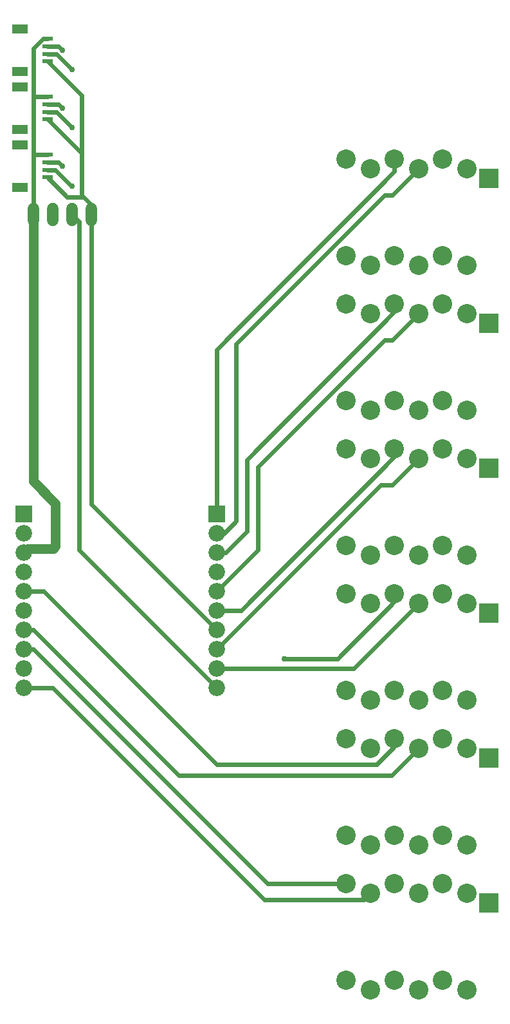
<source format=gbr>
G04 EAGLE Gerber RS-274X export*
G75*
%MOMM*%
%FSLAX34Y34*%
%LPD*%
%INTop Copper*%
%IPPOS*%
%AMOC8*
5,1,8,0,0,1.08239X$1,22.5*%
G01*
G04 Define Apertures*
%ADD10C,1.524000*%
%ADD11R,2.540000X2.540000*%
%ADD12C,2.540000*%
%ADD13R,2.184400X2.184400*%
%ADD14C,2.184400*%
%ADD15R,2.000000X1.200000*%
%ADD16R,1.350000X0.600000*%
%ADD17C,0.609600*%
%ADD18C,1.270000*%
%ADD19C,0.756400*%
D10*
X38100Y1046480D02*
X38100Y1061720D01*
X63500Y1061720D02*
X63500Y1046480D01*
X88900Y1046480D02*
X88900Y1061720D01*
X114300Y1061720D02*
X114300Y1046480D01*
D11*
X637340Y148590D03*
D12*
X608638Y161290D03*
X576888Y173990D03*
X545138Y161290D03*
X513388Y173990D03*
X481638Y161290D03*
X449888Y173990D03*
X608638Y34290D03*
X576888Y46990D03*
X545138Y34290D03*
X513388Y46990D03*
X481638Y34290D03*
X449888Y46990D03*
D11*
X637340Y339090D03*
D12*
X608638Y351790D03*
X576888Y364490D03*
X545138Y351790D03*
X513388Y364490D03*
X481638Y351790D03*
X449888Y364490D03*
X608638Y224790D03*
X576888Y237490D03*
X545138Y224790D03*
X513388Y237490D03*
X481638Y224790D03*
X449888Y237490D03*
D11*
X637340Y529590D03*
D12*
X608638Y542290D03*
X576888Y554990D03*
X545138Y542290D03*
X513388Y554990D03*
X481638Y542290D03*
X449888Y554990D03*
X608638Y415290D03*
X576888Y427990D03*
X545138Y415290D03*
X513388Y427990D03*
X481638Y415290D03*
X449888Y427990D03*
D11*
X637340Y720090D03*
D12*
X608638Y732790D03*
X576888Y745490D03*
X545138Y732790D03*
X513388Y745490D03*
X481638Y732790D03*
X449888Y745490D03*
X608638Y605790D03*
X576888Y618490D03*
X545138Y605790D03*
X513388Y618490D03*
X481638Y605790D03*
X449888Y618490D03*
D11*
X637340Y910590D03*
D12*
X608638Y923290D03*
X576888Y935990D03*
X545138Y923290D03*
X513388Y935990D03*
X481638Y923290D03*
X449888Y935990D03*
X608638Y796290D03*
X576888Y808990D03*
X545138Y796290D03*
X513388Y808990D03*
X481638Y796290D03*
X449888Y808990D03*
D11*
X637340Y1101090D03*
D12*
X608638Y1113790D03*
X576888Y1126490D03*
X545138Y1113790D03*
X513388Y1126490D03*
X481638Y1113790D03*
X449888Y1126490D03*
X608638Y986790D03*
X576888Y999490D03*
X545138Y986790D03*
X513388Y999490D03*
X481638Y986790D03*
X449888Y999490D03*
D13*
X25400Y660400D03*
D14*
X25400Y635000D03*
X25400Y609600D03*
X25400Y584200D03*
X25400Y558800D03*
X25400Y533400D03*
X25400Y508000D03*
X25400Y482600D03*
X25400Y457200D03*
X25400Y431800D03*
D13*
X279400Y660400D03*
D14*
X279400Y635000D03*
X279400Y609600D03*
X279400Y584200D03*
X279400Y558800D03*
X279400Y533400D03*
X279400Y508000D03*
X279400Y482600D03*
X279400Y457200D03*
X279400Y431800D03*
D15*
X20160Y1145600D03*
X20160Y1089600D03*
D16*
X56910Y1132600D03*
X56910Y1122600D03*
X56910Y1112600D03*
X56910Y1102600D03*
D15*
X20160Y1298000D03*
X20160Y1242000D03*
D16*
X56910Y1285000D03*
X56910Y1275000D03*
X56910Y1265000D03*
X56910Y1255000D03*
D15*
X20160Y1221800D03*
X20160Y1165800D03*
D16*
X56910Y1208800D03*
X56910Y1198800D03*
X56910Y1188800D03*
X56910Y1178800D03*
D17*
X38100Y1272406D02*
X50694Y1285000D01*
X56910Y1285000D01*
D18*
X67056Y617439D02*
X64297Y614680D01*
X30480Y614680D01*
X25400Y609600D01*
X38100Y702980D02*
X38100Y1054100D01*
X38100Y702980D02*
X67056Y674024D01*
X67056Y617439D01*
D17*
X38288Y1251367D02*
X38100Y1251555D01*
X38100Y1272406D01*
X38288Y1251367D02*
X38288Y1207008D01*
X38288Y1130300D01*
X38288Y1054288D01*
X38100Y1054100D01*
X40588Y1132600D02*
X56910Y1132600D01*
X40588Y1132600D02*
X38288Y1130300D01*
X40080Y1208800D02*
X56910Y1208800D01*
X40080Y1208800D02*
X38288Y1207008D01*
D19*
X76200Y1270000D03*
X76200Y1193800D03*
X76200Y1117600D03*
D17*
X71200Y1275000D02*
X56910Y1275000D01*
X71200Y1275000D02*
X76200Y1270000D01*
X71200Y1198800D02*
X56910Y1198800D01*
X71200Y1198800D02*
X76200Y1193800D01*
X71200Y1122600D02*
X56910Y1122600D01*
X71200Y1122600D02*
X76200Y1117600D01*
X114300Y1066800D02*
X114300Y1054100D01*
X101600Y1092200D02*
X101600Y1134110D01*
X101600Y1079500D02*
X101600Y1076960D01*
X101600Y1079500D02*
X101600Y1092200D01*
X101600Y1079500D02*
X114300Y1066800D01*
X114300Y1054100D02*
X114300Y673100D01*
X279400Y508000D01*
X101600Y1210310D02*
X56910Y1255000D01*
X101600Y1210310D02*
X101600Y1134110D01*
X56910Y1178800D01*
X56910Y1102600D02*
X82550Y1076960D01*
X101600Y1076960D01*
D19*
X88900Y1244600D03*
X88900Y1168400D03*
D17*
X88900Y1054100D02*
X98552Y1044448D01*
X98552Y612648D01*
X279400Y431800D01*
X68500Y1188800D02*
X56910Y1188800D01*
X68500Y1188800D02*
X88900Y1168400D01*
X56910Y1112600D02*
X56990Y1112520D01*
X67056Y1112520D01*
X88392Y1091184D01*
X88900Y1091184D01*
D19*
X88900Y1091184D03*
D17*
X68500Y1265000D02*
X56910Y1265000D01*
X68500Y1265000D02*
X88900Y1244600D01*
X38100Y482600D02*
X25400Y482600D01*
X346710Y173990D02*
X449888Y173990D01*
X346710Y173990D02*
X38100Y482600D01*
X25400Y431800D02*
X63500Y431800D01*
X473510Y153162D02*
X481638Y161290D01*
X473510Y153162D02*
X342138Y153162D01*
X63500Y431800D01*
X513388Y364490D02*
X513388Y354085D01*
X51562Y558800D02*
X25400Y558800D01*
X490265Y330962D02*
X513388Y354085D01*
X490265Y330962D02*
X279400Y330962D01*
X51562Y558800D01*
X38100Y508000D02*
X25400Y508000D01*
X510086Y316738D02*
X545138Y351790D01*
X510086Y316738D02*
X229362Y316738D01*
X38100Y508000D01*
D19*
X368300Y469900D03*
D17*
X438703Y469900D01*
X513388Y544585D01*
X513388Y554990D01*
X513388Y1110288D02*
X513388Y1126490D01*
X279400Y876300D02*
X279400Y660400D01*
X279400Y876300D02*
X513388Y1110288D01*
X510848Y1079500D02*
X545138Y1113790D01*
X289371Y635000D02*
X279400Y635000D01*
X289371Y635000D02*
X304800Y650429D01*
X304800Y883857D01*
X500443Y1079500D01*
X510848Y1079500D01*
X460048Y457200D02*
X279400Y457200D01*
X460048Y457200D02*
X545138Y542290D01*
X510848Y698500D02*
X545138Y732790D01*
X510848Y698500D02*
X495300Y698500D01*
X279400Y482600D01*
X513388Y735085D02*
X513388Y745490D01*
X311703Y533400D02*
X279400Y533400D01*
X311703Y533400D02*
X513388Y735085D01*
X510848Y889000D02*
X545138Y923290D01*
X333248Y612648D02*
X279400Y558800D01*
X333248Y612648D02*
X333248Y721805D01*
X500443Y889000D01*
X510848Y889000D01*
X513388Y925585D02*
X513388Y935990D01*
X319024Y637032D02*
X291592Y609600D01*
X279400Y609600D01*
X319024Y637032D02*
X319024Y731221D01*
X513388Y925585D01*
M02*

</source>
